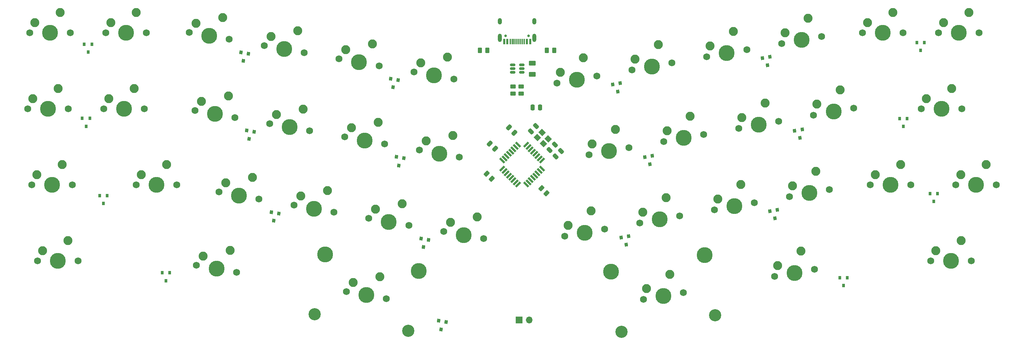
<source format=gbr>
%TF.GenerationSoftware,KiCad,Pcbnew,7.0.6*%
%TF.CreationDate,2024-02-24T13:08:40+01:00*%
%TF.ProjectId,Eliza,456c697a-612e-46b6-9963-61645f706362,rev?*%
%TF.SameCoordinates,Original*%
%TF.FileFunction,Soldermask,Bot*%
%TF.FilePolarity,Negative*%
%FSLAX46Y46*%
G04 Gerber Fmt 4.6, Leading zero omitted, Abs format (unit mm)*
G04 Created by KiCad (PCBNEW 7.0.6) date 2024-02-24 13:08:40*
%MOMM*%
%LPD*%
G01*
G04 APERTURE LIST*
G04 Aperture macros list*
%AMRoundRect*
0 Rectangle with rounded corners*
0 $1 Rounding radius*
0 $2 $3 $4 $5 $6 $7 $8 $9 X,Y pos of 4 corners*
0 Add a 4 corners polygon primitive as box body*
4,1,4,$2,$3,$4,$5,$6,$7,$8,$9,$2,$3,0*
0 Add four circle primitives for the rounded corners*
1,1,$1+$1,$2,$3*
1,1,$1+$1,$4,$5*
1,1,$1+$1,$6,$7*
1,1,$1+$1,$8,$9*
0 Add four rect primitives between the rounded corners*
20,1,$1+$1,$2,$3,$4,$5,0*
20,1,$1+$1,$4,$5,$6,$7,0*
20,1,$1+$1,$6,$7,$8,$9,0*
20,1,$1+$1,$8,$9,$2,$3,0*%
%AMRotRect*
0 Rectangle, with rotation*
0 The origin of the aperture is its center*
0 $1 length*
0 $2 width*
0 $3 Rotation angle, in degrees counterclockwise*
0 Add horizontal line*
21,1,$1,$2,0,0,$3*%
G04 Aperture macros list end*
%ADD10C,3.987800*%
%ADD11C,1.750000*%
%ADD12C,2.250000*%
%ADD13C,3.048000*%
%ADD14RotRect,0.900000X0.800000X260.000000*%
%ADD15R,1.700000X1.700000*%
%ADD16O,1.700000X1.700000*%
%ADD17RoundRect,0.250000X0.159099X-0.512652X0.512652X-0.159099X-0.159099X0.512652X-0.512652X0.159099X0*%
%ADD18R,0.800000X0.900000*%
%ADD19RoundRect,0.250000X-0.450000X0.262500X-0.450000X-0.262500X0.450000X-0.262500X0.450000X0.262500X0*%
%ADD20RoundRect,0.250000X0.503814X0.132583X0.132583X0.503814X-0.503814X-0.132583X-0.132583X-0.503814X0*%
%ADD21RoundRect,0.250000X-0.250000X-0.475000X0.250000X-0.475000X0.250000X0.475000X-0.250000X0.475000X0*%
%ADD22RotRect,0.900000X0.800000X280.000000*%
%ADD23RotRect,1.600000X0.550000X225.000000*%
%ADD24RotRect,1.600000X0.550000X135.000000*%
%ADD25C,0.650000*%
%ADD26R,0.600000X1.450000*%
%ADD27R,0.300000X1.450000*%
%ADD28O,1.000000X2.100000*%
%ADD29O,1.000000X1.600000*%
%ADD30RoundRect,0.250000X0.262500X0.450000X-0.262500X0.450000X-0.262500X-0.450000X0.262500X-0.450000X0*%
%ADD31RoundRect,0.250000X0.625000X-0.375000X0.625000X0.375000X-0.625000X0.375000X-0.625000X-0.375000X0*%
%ADD32RoundRect,0.250000X0.512652X0.159099X0.159099X0.512652X-0.512652X-0.159099X-0.159099X-0.512652X0*%
%ADD33RotRect,1.400000X1.200000X315.000000*%
%ADD34RoundRect,0.250000X-0.159099X0.512652X-0.512652X0.159099X0.159099X-0.512652X0.512652X-0.159099X0*%
%ADD35RoundRect,0.150000X-0.512500X-0.150000X0.512500X-0.150000X0.512500X0.150000X-0.512500X0.150000X0*%
%ADD36RoundRect,0.250000X-0.262500X-0.450000X0.262500X-0.450000X0.262500X0.450000X-0.262500X0.450000X0*%
G04 APERTURE END LIST*
D10*
%TO.C,MX22*%
X232448653Y-90971880D03*
D11*
X227445830Y-91854013D03*
X237451476Y-90089747D03*
D12*
X228255469Y-89132068D03*
X234067932Y-85527990D03*
%TD*%
D10*
%TO.C,MX39*%
X189818106Y-137176549D03*
D13*
X202756406Y-141987933D03*
D11*
X184815283Y-138058682D03*
X194820929Y-136294416D03*
D13*
X179305671Y-146122930D03*
D10*
X200110008Y-126979462D03*
X176659273Y-131114460D03*
D12*
X185624922Y-135336737D03*
X191437385Y-131732659D03*
%TD*%
D11*
%TO.C,MX30*%
X165091769Y-122192593D03*
D10*
X170094592Y-121310460D03*
D11*
X175097415Y-120428327D03*
D12*
X165901408Y-119470648D03*
X171713871Y-115866570D03*
%TD*%
D10*
%TO.C,MX27*%
X102264250Y-115303523D03*
D11*
X107267073Y-116185656D03*
X97261427Y-114421390D03*
D12*
X98953199Y-112140512D03*
X105647794Y-110741766D03*
%TD*%
D11*
%TO.C,MX13*%
X30600431Y-90301443D03*
D10*
X35680431Y-90301443D03*
D11*
X40760431Y-90301443D03*
D12*
X31870431Y-87761443D03*
X38220431Y-85221443D03*
%TD*%
D10*
%TO.C,MX40*%
X222649136Y-131387554D03*
D11*
X217646313Y-132269687D03*
X227651959Y-130505421D03*
D12*
X218455952Y-129547742D03*
X224268415Y-125943664D03*
%TD*%
D10*
%TO.C,MX11*%
X244756485Y-71234792D03*
D11*
X239676485Y-71234792D03*
X249836485Y-71234792D03*
D12*
X240946485Y-68694792D03*
X247296485Y-66154792D03*
%TD*%
D11*
%TO.C,MX36*%
X43145733Y-128403843D03*
D10*
X38065733Y-128403843D03*
D11*
X32985733Y-128403843D03*
D12*
X34255733Y-125863843D03*
X40605733Y-123323843D03*
%TD*%
D11*
%TO.C,MX26*%
X78500839Y-111113392D03*
X88506485Y-112877658D03*
D10*
X83503662Y-111995525D03*
D12*
X80192611Y-108832514D03*
X86887206Y-107433768D03*
%TD*%
D11*
%TO.C,MX14*%
X59810434Y-90301442D03*
X49650434Y-90301442D03*
D10*
X54730434Y-90301442D03*
D12*
X50920434Y-87761442D03*
X57270434Y-85221442D03*
%TD*%
D10*
%TO.C,MX31*%
X188855183Y-118002461D03*
D11*
X193858006Y-117120328D03*
X183852360Y-118884594D03*
D12*
X184661999Y-116162649D03*
X190474462Y-112558571D03*
%TD*%
D10*
%TO.C,MX15*%
X77431366Y-91580942D03*
D11*
X72428543Y-90698809D03*
X82434189Y-92463075D03*
D12*
X74120315Y-88417931D03*
X80814910Y-87019185D03*
%TD*%
D10*
%TO.C,MX21*%
X213688063Y-94279877D03*
D11*
X218690886Y-93397744D03*
X208685240Y-95162010D03*
D12*
X209494879Y-92440065D03*
X215307342Y-88835987D03*
%TD*%
D11*
%TO.C,MX33*%
X231379180Y-110504334D03*
X221373534Y-112268600D03*
D10*
X226376357Y-111386467D03*
D12*
X222183173Y-109546655D03*
X227995636Y-105942577D03*
%TD*%
D11*
%TO.C,MX37*%
X72847771Y-129460481D03*
D10*
X77850594Y-130342614D03*
D11*
X82853417Y-131224747D03*
D12*
X74539543Y-127179603D03*
X81234138Y-125780857D03*
%TD*%
D11*
%TO.C,MX23*%
X264612932Y-90284793D03*
X254452932Y-90284793D03*
D10*
X259532932Y-90284793D03*
D12*
X255722932Y-87744793D03*
X262072932Y-85204793D03*
%TD*%
D10*
%TO.C,MX5*%
X113570394Y-78609347D03*
D11*
X108567571Y-77727214D03*
X118573217Y-79491480D03*
D12*
X110259343Y-75446336D03*
X116953938Y-74047590D03*
%TD*%
D11*
%TO.C,MX9*%
X200687098Y-77228421D03*
X210692744Y-75464155D03*
D10*
X205689921Y-76346288D03*
D12*
X201496737Y-74506476D03*
X207309200Y-70902398D03*
%TD*%
D10*
%TO.C,MX19*%
X176166891Y-100895874D03*
D11*
X181169714Y-100013741D03*
X171164068Y-101778007D03*
D12*
X171973707Y-99056062D03*
X177786170Y-95451984D03*
%TD*%
D11*
%TO.C,MX18*%
X138715953Y-102387065D03*
D10*
X133713130Y-101504932D03*
D11*
X128710307Y-100622799D03*
D12*
X130402079Y-98341921D03*
X137096674Y-96943175D03*
%TD*%
D11*
%TO.C,MX24*%
X41693884Y-109351443D03*
D10*
X36613884Y-109351443D03*
D11*
X31533884Y-109351443D03*
D12*
X32803884Y-106811443D03*
X39153884Y-104271443D03*
%TD*%
D10*
%TO.C,MX10*%
X224450507Y-73038290D03*
D11*
X219447684Y-73920423D03*
X229453330Y-72156157D03*
D12*
X220257323Y-71198478D03*
X226069786Y-67594400D03*
%TD*%
D10*
%TO.C,MX16*%
X96191956Y-94888936D03*
D11*
X101194779Y-95771069D03*
X91189133Y-94006803D03*
D12*
X92880905Y-91725925D03*
X99575500Y-90327179D03*
%TD*%
D11*
%TO.C,MX17*%
X119955365Y-99079066D03*
D10*
X114952542Y-98196933D03*
D11*
X109949719Y-97314800D03*
D12*
X111641491Y-95033922D03*
X118336086Y-93635176D03*
%TD*%
D11*
%TO.C,MX29*%
X144788250Y-122801652D03*
D10*
X139785427Y-121919519D03*
D11*
X134782604Y-121037386D03*
D12*
X136474376Y-118756508D03*
X143168971Y-117357762D03*
%TD*%
D10*
%TO.C,MX28*%
X121024838Y-118611521D03*
D11*
X126027661Y-119493654D03*
X116022015Y-117729388D03*
D12*
X117713787Y-115448510D03*
X124408382Y-114049764D03*
%TD*%
D10*
%TO.C,MX34*%
X246680534Y-109334791D03*
D11*
X241600534Y-109334791D03*
X251760534Y-109334791D03*
D12*
X242870534Y-106794791D03*
X249220534Y-104254791D03*
%TD*%
D11*
%TO.C,MX7*%
X173171568Y-82080151D03*
X163165922Y-83844417D03*
D10*
X168168745Y-82962284D03*
D12*
X163975561Y-81122472D03*
X169788024Y-77518394D03*
%TD*%
D11*
%TO.C,MX6*%
X137333803Y-82799478D03*
D10*
X132330980Y-81917345D03*
D11*
X127328157Y-81035212D03*
D12*
X129019929Y-78754334D03*
X135714524Y-77355588D03*
%TD*%
D11*
%TO.C,MX4*%
X89806982Y-74419216D03*
D10*
X94809805Y-75301349D03*
D11*
X99812628Y-76183482D03*
D12*
X91498754Y-72138338D03*
X98193349Y-70739592D03*
%TD*%
D11*
%TO.C,MX25*%
X57727633Y-109351442D03*
D10*
X62807633Y-109351442D03*
D11*
X67887633Y-109351442D03*
D12*
X58997633Y-106811442D03*
X65347633Y-104271442D03*
%TD*%
D10*
%TO.C,MX3*%
X76049218Y-71993353D03*
D11*
X81052041Y-72875486D03*
X71046395Y-71111220D03*
D12*
X72738167Y-68830342D03*
X79432762Y-67431596D03*
%TD*%
D11*
%TO.C,MX32*%
X202612946Y-115576598D03*
D10*
X207615769Y-114694465D03*
D11*
X212618592Y-113812332D03*
D12*
X203422585Y-112854653D03*
X209235048Y-109250575D03*
%TD*%
D11*
%TO.C,MX2*%
X50130631Y-71251443D03*
X60290631Y-71251443D03*
D10*
X55210631Y-71251443D03*
D12*
X51400631Y-68711443D03*
X57750631Y-66171443D03*
%TD*%
D11*
%TO.C,MX1*%
X31080631Y-71251442D03*
D10*
X36160631Y-71251442D03*
D11*
X41240631Y-71251442D03*
D12*
X32350631Y-68711442D03*
X38700631Y-66171442D03*
%TD*%
D13*
%TO.C,MX38*%
X125884203Y-145904989D03*
D10*
X128530601Y-130896519D03*
D11*
X110368945Y-136076475D03*
D13*
X102433468Y-141769992D03*
D10*
X105079866Y-126761521D03*
X115371768Y-136958608D03*
D11*
X120374591Y-137840741D03*
D12*
X112060717Y-133795597D03*
X118755312Y-132396851D03*
%TD*%
D10*
%TO.C,MX41*%
X261895134Y-128384792D03*
D11*
X266975134Y-128384792D03*
X256815134Y-128384792D03*
D12*
X258085134Y-125844792D03*
X264435134Y-123304792D03*
%TD*%
D11*
%TO.C,MX20*%
X189924655Y-98470009D03*
X199930301Y-96705743D03*
D10*
X194927478Y-97587876D03*
D12*
X190734294Y-95748064D03*
X196546757Y-92143986D03*
%TD*%
D11*
%TO.C,MX8*%
X191932155Y-78772151D03*
D10*
X186929332Y-79654284D03*
D11*
X181926509Y-80536417D03*
D12*
X182736148Y-77814472D03*
X188548611Y-74210394D03*
%TD*%
D11*
%TO.C,MX12*%
X268886484Y-71234791D03*
X258726484Y-71234791D03*
D10*
X263806484Y-71234791D03*
D12*
X259996484Y-68694791D03*
X266346484Y-66154791D03*
%TD*%
D11*
%TO.C,MX35*%
X273172733Y-109334792D03*
X263012733Y-109334792D03*
D10*
X268092733Y-109334792D03*
D12*
X264282733Y-106794792D03*
X270632733Y-104254792D03*
%TD*%
D14*
%TO.C,D15*%
X129707920Y-124903748D03*
X129119649Y-122769166D03*
X130990784Y-123099098D03*
%TD*%
D15*
%TO.C,RESET*%
X153679004Y-143230695D03*
D16*
X156219004Y-143230695D03*
%TD*%
D17*
%TO.C,C5*%
X161258357Y-100614737D03*
X162601859Y-99271235D03*
%TD*%
D18*
%TO.C,D12*%
X249950005Y-94700694D03*
X249000005Y-92700694D03*
X250900005Y-92700694D03*
%TD*%
D19*
%TO.C,R4*%
X152146772Y-84676679D03*
X152146772Y-86501679D03*
%TD*%
D20*
%TO.C,R6*%
X146848407Y-107824414D03*
X145557937Y-106533944D03*
%TD*%
D14*
%TO.C,D20*%
X134066089Y-145531921D03*
X133477818Y-143397339D03*
X135348953Y-143727271D03*
%TD*%
D18*
%TO.C,D19*%
X65200774Y-133373682D03*
X64250774Y-131373682D03*
X66150774Y-131373682D03*
%TD*%
D19*
%TO.C,R3*%
X154192003Y-84667341D03*
X154192003Y-86492341D03*
%TD*%
D18*
%TO.C,D18*%
X257570004Y-113496693D03*
X256620004Y-111496693D03*
X258520004Y-111496693D03*
%TD*%
%TO.C,D1*%
X45690333Y-76070189D03*
X44740333Y-74070189D03*
X46640333Y-74070189D03*
%TD*%
%TO.C,D6*%
X254268004Y-75650693D03*
X253318004Y-73650693D03*
X255218004Y-73650693D03*
%TD*%
D21*
%TO.C,C1*%
X157026604Y-89966893D03*
X158926604Y-89966893D03*
%TD*%
D22*
%TO.C,D16*%
X180477553Y-124302514D03*
X179194689Y-122497864D03*
X181065824Y-122167932D03*
%TD*%
D14*
%TO.C,D9*%
X123510556Y-104467106D03*
X122922285Y-102332524D03*
X124793420Y-102662456D03*
%TD*%
%TO.C,D2*%
X84544699Y-78252498D03*
X83956428Y-76117916D03*
X85827563Y-76447848D03*
%TD*%
D23*
%TO.C,U1*%
X155435001Y-99291408D03*
X156000686Y-99857094D03*
X156566372Y-100422779D03*
X157132057Y-100988464D03*
X157697743Y-101554150D03*
X158263428Y-102119835D03*
X158829113Y-102685521D03*
X159394799Y-103251206D03*
D24*
X159394799Y-105301816D03*
X158829113Y-105867501D03*
X158263428Y-106433187D03*
X157697743Y-106998872D03*
X157132057Y-107564558D03*
X156566372Y-108130243D03*
X156000686Y-108695928D03*
X155435001Y-109261614D03*
D23*
X153384391Y-109261614D03*
X152818706Y-108695928D03*
X152253020Y-108130243D03*
X151687335Y-107564558D03*
X151121649Y-106998872D03*
X150555964Y-106433187D03*
X149990279Y-105867501D03*
X149424593Y-105301816D03*
D24*
X149424593Y-103251206D03*
X149990279Y-102685521D03*
X150555964Y-102119835D03*
X151121649Y-101554150D03*
X151687335Y-100988464D03*
X152253020Y-100422779D03*
X152818706Y-99857094D03*
X153384391Y-99291408D03*
%TD*%
D17*
%TO.C,C3*%
X162820924Y-102177301D03*
X164164426Y-100833799D03*
%TD*%
D18*
%TO.C,D13*%
X49525732Y-114017791D03*
X48575732Y-112017791D03*
X50475732Y-112017791D03*
%TD*%
D25*
%TO.C,USB1*%
X156073131Y-71980591D03*
X150293131Y-71980591D03*
D26*
X149933131Y-73425591D03*
X150733131Y-73425591D03*
D27*
X151933131Y-73425591D03*
X152933131Y-73425591D03*
X153433131Y-73425591D03*
X154433131Y-73425591D03*
D26*
X155633131Y-73425591D03*
X156433131Y-73425591D03*
X156433131Y-73425591D03*
X155633131Y-73425591D03*
D27*
X154933131Y-73425591D03*
X153933131Y-73425591D03*
X152433131Y-73425591D03*
X151433131Y-73425591D03*
D26*
X150733131Y-73425591D03*
X149933131Y-73425591D03*
D28*
X148863131Y-72510591D03*
D29*
X157503131Y-68330591D03*
X148863131Y-68330591D03*
D28*
X157503131Y-72510591D03*
%TD*%
D30*
%TO.C,R2*%
X162470505Y-75666695D03*
X160645505Y-75666695D03*
%TD*%
D14*
%TO.C,D14*%
X92186745Y-118287749D03*
X91598474Y-116153167D03*
X93469609Y-116483099D03*
%TD*%
D31*
%TO.C,F1*%
X156986004Y-81638694D03*
X156986004Y-78838694D03*
%TD*%
D20*
%TO.C,R5*%
X160560714Y-111456631D03*
X159270244Y-110166161D03*
%TD*%
D22*
%TO.C,D17*%
X217748589Y-117730626D03*
X216465725Y-115925976D03*
X218336860Y-115596044D03*
%TD*%
D32*
%TO.C,C2*%
X152490093Y-96250332D03*
X151146591Y-94906830D03*
%TD*%
D33*
%TO.C,X1*%
X159418466Y-96229261D03*
X160974101Y-97784896D03*
X159772020Y-98986977D03*
X158216385Y-97431342D03*
%TD*%
D34*
%TO.C,C4*%
X157932127Y-94601502D03*
X156588625Y-95945004D03*
%TD*%
D18*
%TO.C,D7*%
X45182331Y-94688390D03*
X44232331Y-92688390D03*
X46132331Y-92688390D03*
%TD*%
D22*
%TO.C,D4*%
X178364097Y-85987419D03*
X177081233Y-84182769D03*
X178952368Y-83852837D03*
%TD*%
D35*
%TO.C,U2*%
X152089303Y-81137895D03*
X152089303Y-80187895D03*
X152089303Y-79237895D03*
X154364303Y-79237895D03*
X154364303Y-80187895D03*
X154364303Y-81137895D03*
%TD*%
D18*
%TO.C,D21*%
X234964005Y-134578694D03*
X234014005Y-132578694D03*
X235914005Y-132578694D03*
%TD*%
D14*
%TO.C,D8*%
X85989381Y-97851108D03*
X85401110Y-95716526D03*
X87272245Y-96046458D03*
%TD*%
D22*
%TO.C,D10*%
X186468886Y-104160120D03*
X185186022Y-102355470D03*
X187057157Y-102025538D03*
%TD*%
D14*
%TO.C,D3*%
X122065872Y-84868492D03*
X121477601Y-82733910D03*
X123348736Y-83063842D03*
%TD*%
D32*
%TO.C,C6*%
X147676673Y-100309407D03*
X146333171Y-98965905D03*
%TD*%
D36*
%TO.C,R1*%
X143881504Y-75666695D03*
X145706504Y-75666695D03*
%TD*%
D22*
%TO.C,D5*%
X215885274Y-79371423D03*
X214602410Y-77566773D03*
X216473545Y-77236841D03*
%TD*%
%TO.C,D11*%
X223990062Y-97544126D03*
X222707198Y-95739476D03*
X224578333Y-95409544D03*
%TD*%
M02*

</source>
